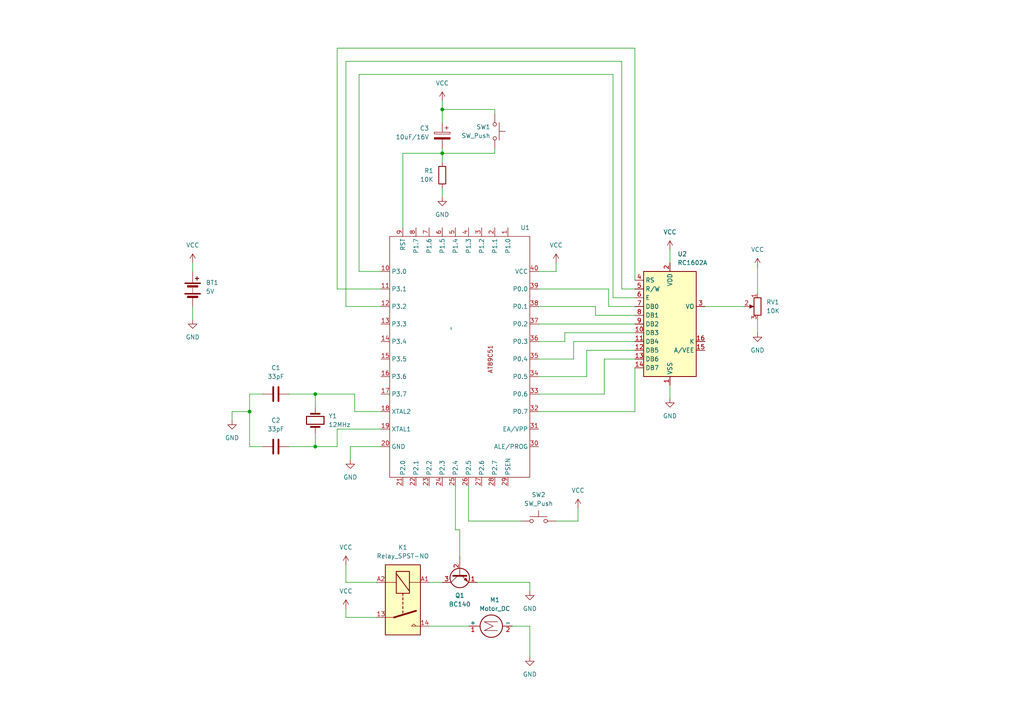
<source format=kicad_sch>
(kicad_sch (version 20230121) (generator eeschema)
  (paper "A4")
  (title_block (title "Controle Motor DC 5V") (rev "V01") (comment 1 "Autor: Christiano Araújo"))
  (lib_symbols
    (symbol "Controle_Motor_DC:AT89C51_PDIP"
      (property "Reference" "U" (at 30.48 24.13 0))
      (symbol "AT89C51_PDIP_0_1"
        (rectangle (start -35.56 21.59) (end 34.29 -19.05))
      )
      (symbol "AT89C51_PDIP_1_1"
        (text "AT89C51" (at 0 10.16 0) (effects (font (size 1.27 1.27))))
        (pin bidirectional line (at -38.1 15.24 0) (length 2.54) (name "P1.0") (number "1"))
        (pin bidirectional line (at -25.4 -21.59 90) (length 2.54) (name "P3.0") (number "10"))
        (pin bidirectional line (at -20.32 -21.59 90) (length 2.54) (name "P3.1") (number "11"))
        (pin bidirectional line (at -15.24 -21.59 90) (length 2.54) (name "P3.2") (number "12"))
        (pin bidirectional line (at -10.16 -21.59 90) (length 2.54) (name "P3.3") (number "13"))
        (pin bidirectional line (at -5.08 -21.59 90) (length 2.54) (name "P3.4") (number "14"))
        (pin bidirectional line (at 0 -21.59 90) (length 2.54) (name "P3.5") (number "15"))
        (pin bidirectional line (at 5.08 -21.59 90) (length 2.54) (name "P3.6") (number "16"))
        (pin bidirectional line (at 10.16 -21.59 90) (length 2.54) (name "P3.7") (number "17"))
        (pin passive line (at 15.24 -21.59 90) (length 2.54) (name "XTAL2") (number "18"))
        (pin passive line (at 20.32 -21.59 90) (length 2.54) (name "XTAL1") (number "19"))
        (pin bidirectional line (at -38.1 11.43 0) (length 2.54) (name "P1.1") (number "2"))
        (pin passive line (at 25.4 -21.59 90) (length 2.54) (name "GND") (number "20"))
        (pin bidirectional line (at 36.83 -15.24 180) (length 2.54) (name "P2.0") (number "21"))
        (pin bidirectional line (at 36.83 -11.43 180) (length 2.54) (name "P2.1") (number "22"))
        (pin bidirectional line (at 36.83 -7.62 180) (length 2.54) (name "P2.2") (number "23"))
        (pin bidirectional line (at 36.83 -3.81 180) (length 2.54) (name "P2.3") (number "24"))
        (pin bidirectional line (at 36.83 0 180) (length 2.54) (name "P2.4") (number "25"))
        (pin bidirectional line (at 36.83 3.81 180) (length 2.54) (name "P2.5") (number "26"))
        (pin bidirectional line (at 36.83 7.62 180) (length 2.54) (name "P2.6") (number "27"))
        (pin bidirectional line (at 36.83 11.43 180) (length 2.54) (name "P2.7") (number "28"))
        (pin output line (at 36.83 15.24 180) (length 2.54) (name "PSEN") (number "29"))
        (pin bidirectional line (at -38.1 7.62 0) (length 2.54) (name "P1.2") (number "3"))
        (pin output line (at 25.4 24.13 270) (length 2.54) (name "ALE/PROG") (number "30"))
        (pin input line (at 20.32 24.13 270) (length 2.54) (name "EA/VPP") (number "31"))
        (pin bidirectional line (at 15.24 24.13 270) (length 2.54) (name "P0.7") (number "32"))
        (pin bidirectional line (at 10.16 24.13 270) (length 2.54) (name "P0.6") (number "33"))
        (pin bidirectional line (at 5.08 24.13 270) (length 2.54) (name "P0.5") (number "34"))
        (pin bidirectional line (at 0 24.13 270) (length 2.54) (name "P0.4") (number "35"))
        (pin bidirectional line (at -5.08 24.13 270) (length 2.54) (name "P0.3") (number "36"))
        (pin bidirectional line (at -10.16 24.13 270) (length 2.54) (name "P0.2") (number "37"))
        (pin bidirectional line (at -15.24 24.13 270) (length 2.54) (name "P0.1") (number "38"))
        (pin bidirectional line (at -20.32 24.13 270) (length 2.54) (name "P0.0") (number "39"))
        (pin bidirectional line (at -38.1 3.81 0) (length 2.54) (name "P1.3") (number "4"))
        (pin bidirectional line (at -25.4 24.13 270) (length 2.54) (name "VCC") (number "40"))
        (pin bidirectional line (at -38.1 0 0) (length 2.54) (name "P1.4") (number "5"))
        (pin bidirectional line (at -38.1 -3.81 0) (length 2.54) (name "P1.5") (number "6"))
        (pin bidirectional line (at -38.1 -7.62 0) (length 2.54) (name "P1.6") (number "7"))
        (pin bidirectional line (at -38.1 -11.43 0) (length 2.54) (name "P1.7") (number "8"))
        (pin input line (at -38.1 -15.24 0) (length 2.54) (name "RST") (number "9"))
      )
    )
    (symbol "Device:Battery" (pin_numbers hide) (pin_names (offset 0) hide)
      (property "Reference" "BT" (at 2.54 2.54 0))
      (property "Value" "Battery" (at 2.54 0 0))
      (symbol "Battery_0_1"
        (rectangle (start -2.286 -1.27) (end 2.286 -1.524) (fill (type outline)))
        (rectangle (start -2.286 1.778) (end 2.286 1.524) (fill (type outline)))
        (rectangle (start -1.524 -2.032) (end 1.524 -2.54) (fill (type outline)))
        (rectangle (start -1.524 1.016) (end 1.524 0.508) (fill (type outline)))
        (polyline (pts (xy 0 -1.016) (xy 0 -0.762)))
        (polyline (pts (xy 0 -0.508) (xy 0 -0.254)))
        (polyline (pts (xy 0 0) (xy 0 0.254)))
        (polyline (pts (xy 0 1.778) (xy 0 2.54)))
        (polyline (pts (xy 0.762 3.048) (xy 1.778 3.048)) (stroke (width 0.254)))
        (polyline (pts (xy 1.27 3.556) (xy 1.27 2.54)) (stroke (width 0.254)))
      )
      (symbol "Battery_1_1"
        (pin passive line (at 0 5.08 270) (length 2.54) (name "+") (number "1"))
        (pin passive line (at 0 -5.08 90) (length 2.54) (name "-") (number "2"))
      )
    )
    (symbol "Device:C" (pin_numbers hide) (pin_names (offset 0.254))
      (property "Reference" "C" (at 0.635 2.54 0))
      (property "Value" "C" (at 0.635 -2.54 0))
      (symbol "C_0_1"
        (polyline (pts (xy -2.032 -0.762) (xy 2.032 -0.762)) (stroke (width 0.508)))
        (polyline (pts (xy -2.032 0.762) (xy 2.032 0.762)) (stroke (width 0.508)))
      )
      (symbol "C_1_1"
        (pin passive line (at 0 3.81 270) (length 2.794) (name "~") (number "1"))
        (pin passive line (at 0 -3.81 90) (length 2.794) (name "~") (number "2"))
      )
    )
    (symbol "Device:C_Polarized" (pin_numbers hide) (pin_names (offset 0.254))
      (property "Reference" "C" (at 0.635 2.54 0))
      (property "Value" "C_Polarized" (at 0.635 -2.54 0))
      (symbol "C_Polarized_0_1"
        (rectangle (start -2.286 0.508) (end 2.286 1.016))
        (polyline (pts (xy -1.778 2.286) (xy -0.762 2.286)))
        (polyline (pts (xy -1.27 2.794) (xy -1.27 1.778)))
        (rectangle (start 2.286 -0.508) (end -2.286 -1.016) (fill (type outline)))
      )
      (symbol "C_Polarized_1_1"
        (pin passive line (at 0 3.81 270) (length 2.794) (name "~") (number "1"))
        (pin passive line (at 0 -3.81 90) (length 2.794) (name "~") (number "2"))
      )
    )
    (symbol "Device:Crystal" (pin_numbers hide) (pin_names (offset 1.016) hide)
      (property "Reference" "Y" (at 0 3.81 0))
      (property "Value" "Crystal" (at 0 -3.81 0))
      (symbol "Crystal_0_1"
        (rectangle (start -1.143 2.54) (end 1.143 -2.54) (stroke (width 0.3048)))
        (polyline (pts (xy -2.54 0) (xy -1.905 0)))
        (polyline (pts (xy -1.905 -1.27) (xy -1.905 1.27)) (stroke (width 0.508)))
        (polyline (pts (xy 1.905 -1.27) (xy 1.905 1.27)) (stroke (width 0.508)))
        (polyline (pts (xy 2.54 0) (xy 1.905 0)))
      )
      (symbol "Crystal_1_1"
        (pin passive line (at -3.81 0 0) (length 1.27) (name "1") (number "1"))
        (pin passive line (at 3.81 0 180) (length 1.27) (name "2") (number "2"))
      )
    )
    (symbol "Device:R" (pin_numbers hide) (pin_names (offset 0))
      (property "Reference" "R" (at 2.032 0 90))
      (property "Value" "R" (at 0 0 90))
      (symbol "R_0_1"
        (rectangle (start -1.016 -2.54) (end 1.016 2.54) (stroke (width 0.254)))
      )
      (symbol "R_1_1"
        (pin passive line (at 0 3.81 270) (length 1.27) (name "~") (number "1"))
        (pin passive line (at 0 -3.81 90) (length 1.27) (name "~") (number "2"))
      )
    )
    (symbol "Device:R_Potentiometer" (pin_names (offset 1.016) hide)
      (property "Reference" "RV" (at -4.445 0 90))
      (property "Value" "R_Potentiometer" (at -2.54 0 90))
      (symbol "R_Potentiometer_0_1"
        (polyline (pts (xy 2.54 0) (xy 1.524 0)))
        (polyline (pts (xy 1.143 0) (xy 2.286 0.508) (xy 2.286 -0.508) (xy 1.143 0)) (fill (type outline)))
        (rectangle (start 1.016 2.54) (end -1.016 -2.54) (stroke (width 0.254)))
      )
      (symbol "R_Potentiometer_1_1"
        (pin passive line (at 0 3.81 270) (length 1.27) (name "1") (number "1"))
        (pin passive line (at 3.81 0 180) (length 1.27) (name "2") (number "2"))
        (pin passive line (at 0 -3.81 90) (length 1.27) (name "3") (number "3"))
      )
    )
    (symbol "Display_Character:RC1602A"
      (property "Reference" "U" (at -6.35 16.51 0))
      (property "Value" "RC1602A" (at 2.794 16.51 0))
      (symbol "RC1602A_0_1"
        (rectangle (start -7.62 15.24) (end 7.62 -15.24) (stroke (width 0.254)) (fill (type background)))
      )
      (symbol "RC1602A_1_1"
        (pin power_in line (at 0 -17.78 90) (length 2.54) (name "VSS") (number "1"))
        (pin bidirectional line (at -10.16 -2.54 0) (length 2.54) (name "DB3") (number "10"))
        (pin bidirectional line (at -10.16 -5.08 0) (length 2.54) (name "DB4") (number "11"))
        (pin bidirectional line (at -10.16 -7.62 0) (length 2.54) (name "DB5") (number "12"))
        (pin bidirectional line (at -10.16 -10.16 0) (length 2.54) (name "DB6") (number "13"))
        (pin bidirectional line (at -10.16 -12.7 0) (length 2.54) (name "DB7") (number "14"))
        (pin power_in line (at 10.16 -7.62 180) (length 2.54) (name "A/VEE") (number "15"))
        (pin power_in line (at 10.16 -5.08 180) (length 2.54) (name "K") (number "16"))
        (pin power_in line (at 0 17.78 270) (length 2.54) (name "VDD") (number "2"))
        (pin power_in line (at 10.16 5.08 180) (length 2.54) (name "VO") (number "3"))
        (pin input line (at -10.16 12.7 0) (length 2.54) (name "RS") (number "4"))
        (pin input line (at -10.16 10.16 0) (length 2.54) (name "R/W") (number "5"))
        (pin input line (at -10.16 7.62 0) (length 2.54) (name "E") (number "6"))
        (pin bidirectional line (at -10.16 5.08 0) (length 2.54) (name "DB0") (number "7"))
        (pin bidirectional line (at -10.16 2.54 0) (length 2.54) (name "DB1") (number "8"))
        (pin bidirectional line (at -10.16 0 0) (length 2.54) (name "DB2") (number "9"))
      )
    )
    (symbol "Motor:Motor_DC" (pin_names (offset 0))
      (property "Reference" "M" (at 2.54 2.54 0))
      (property "Value" "Motor_DC" (at 2.54 -5.08 0))
      (symbol "Motor_DC_0_0"
        (polyline (pts (xy -1.27 -3.302) (xy -1.27 0.508) (xy 0 -2.032) (xy 1.27 0.508) (xy 1.27 -3.302)))
      )
      (symbol "Motor_DC_0_1"
        (circle (center 0 -1.524) (radius 3.2512) (stroke (width 0.254)))
        (polyline (pts (xy 0 -7.62) (xy 0 -7.112)))
        (polyline (pts (xy 0 -4.7752) (xy 0 -5.1816)))
        (polyline (pts (xy 0 1.7272) (xy 0 2.0828)))
        (polyline (pts (xy 0 2.032) (xy 0 2.54)))
      )
      (symbol "Motor_DC_1_1"
        (pin passive line (at 0 5.08 270) (length 2.54) (name "+") (number "1"))
        (pin passive line (at 0 -7.62 90) (length 2.54) (name "-") (number "2"))
      )
    )
    (symbol "Relay:Relay_SPST-NO"
      (property "Reference" "K" (at 11.43 3.81 0))
      (property "Value" "Relay_SPST-NO" (at 11.43 1.27 0))
      (symbol "Relay_SPST-NO_0_0"
        (polyline (pts (xy 7.62 5.08) (xy 7.62 2.54) (xy 6.985 3.175) (xy 7.62 3.81)))
      )
      (symbol "Relay_SPST-NO_0_1"
        (rectangle (start -10.16 5.08) (end 10.16 -5.08) (stroke (width 0.254)) (fill (type background)))
        (rectangle (start -8.255 1.905) (end -1.905 -1.905) (stroke (width 0.254)))
        (polyline (pts (xy -7.62 -1.905) (xy -2.54 1.905)) (stroke (width 0.254)))
        (polyline (pts (xy -5.08 -5.08) (xy -5.08 -1.905)))
        (polyline (pts (xy -5.08 5.08) (xy -5.08 1.905)))
        (polyline (pts (xy -1.905 0) (xy -1.27 0)) (stroke (width 0.254)))
        (polyline (pts (xy -0.635 0) (xy 0 0)) (stroke (width 0.254)))
        (polyline (pts (xy 0.635 0) (xy 1.27 0)) (stroke (width 0.254)))
        (polyline (pts (xy 1.905 0) (xy 2.54 0)) (stroke (width 0.254)))
        (polyline (pts (xy 3.175 0) (xy 3.81 0)) (stroke (width 0.254)))
        (polyline (pts (xy 5.08 -2.54) (xy 3.175 3.81)) (stroke (width 0.508)))
        (polyline (pts (xy 5.08 -2.54) (xy 5.08 -5.08)))
      )
      (symbol "Relay_SPST-NO_1_1"
        (pin passive line (at 5.08 -7.62 90) (length 2.54) (name "~") (number "13"))
        (pin passive line (at 7.62 7.62 270) (length 2.54) (name "~") (number "14"))
        (pin passive line (at -5.08 7.62 270) (length 2.54) (name "~") (number "A1"))
        (pin passive line (at -5.08 -7.62 90) (length 2.54) (name "~") (number "A2"))
      )
    )
    (symbol "Switch:SW_Push" (pin_numbers hide) (pin_names (offset 1.016) hide)
      (property "Reference" "SW" (at 1.27 2.54 0))
      (property "Value" "SW_Push" (at 0 -1.524 0))
      (symbol "SW_Push_0_1"
        (circle (center -2.032 0) (radius 0.508))
        (polyline (pts (xy 0 1.27) (xy 0 3.048)))
        (polyline (pts (xy 2.54 1.27) (xy -2.54 1.27)))
        (circle (center 2.032 0) (radius 0.508))
        (pin passive line (at -5.08 0 0) (length 2.54) (name "1") (number "1"))
        (pin passive line (at 5.08 0 180) (length 2.54) (name "2") (number "2"))
      )
    )
    (symbol "Transistor_BJT:BC140" (pin_names (offset 0) hide)
      (property "Reference" "Q" (at 5.08 1.905 0))
      (property "Value" "BC140" (at 5.08 0 0))
      (symbol "BC140_0_1"
        (polyline (pts (xy 0.635 0.635) (xy 2.54 2.54)))
        (polyline (pts (xy 0.635 -0.635) (xy 2.54 -2.54) (xy 2.54 -2.54)))
        (polyline (pts (xy 0.635 1.905) (xy 0.635 -1.905) (xy 0.635 -1.905)) (stroke (width 0.508)))
        (polyline (pts (xy 1.27 -1.778) (xy 1.778 -1.27) (xy 2.286 -2.286) (xy 1.27 -1.778) (xy 1.27 -1.778)) (fill (type outline)))
        (circle (center 1.27 0) (radius 2.8194) (stroke (width 0.254)))
      )
      (symbol "BC140_1_1"
        (pin passive line (at 2.54 -5.08 90) (length 2.54) (name "E") (number "1"))
        (pin passive line (at -5.08 0 0) (length 5.715) (name "B") (number "2"))
        (pin passive line (at 2.54 5.08 270) (length 2.54) (name "C") (number "3"))
      )
    )
    (symbol "power:GND" (power) (pin_names (offset 0))
      (property "Value" "GND" (at 0 -3.81 0))
      (symbol "GND_0_1"
        (polyline (pts (xy 0 0) (xy 0 -1.27) (xy 1.27 -1.27) (xy 0 -2.54) (xy -1.27 -1.27) (xy 0 -1.27)))
      )
      (symbol "GND_1_1"
        (pin power_in line (at 0 0 270) (length 0) hide (name "GND") (number "1"))
      )
    )
    (symbol "power:VCC" (power) (pin_names (offset 0))
      (property "Value" "VCC" (at 0 3.81 0))
      (symbol "VCC_0_1"
        (polyline (pts (xy -0.762 1.27) (xy 0 2.54)))
        (polyline (pts (xy 0 0) (xy 0 2.54)))
        (polyline (pts (xy 0 2.54) (xy 0.762 1.27)))
      )
      (symbol "VCC_1_1"
        (pin power_in line (at 0 0 90) (length 0) hide (name "VCC") (number "1"))
      )
    )
  )
  (junction (at 91.44 129.54))
  (junction (at 72.39 119.38))
  (junction (at 128.27 44.45))
  (junction (at 128.27 31.75))
  (junction (at 91.44 114.3))
  (wire (pts (xy 184.15 119.38) (xy 184.15 106.68)))
  (wire (pts (xy 153.67 181.61) (xy 153.67 190.5)))
  (wire (pts (xy 166.37 99.06) (xy 184.15 99.06)))
  (wire (pts (xy 128.27 31.75) (xy 143.51 31.75)))
  (wire (pts (xy 156.21 104.14) (xy 166.37 104.14)))
  (wire (pts (xy 180.34 83.82) (xy 180.34 17.78)))
  (wire (pts (xy 91.44 114.3) (xy 83.82 114.3)))
  (wire (pts (xy 102.87 114.3) (xy 91.44 114.3)))
  (wire (pts (xy 109.22 168.91) (xy 100.33 168.91)))
  (wire (pts (xy 177.8 21.59) (xy 104.14 21.59)))
  (wire (pts (xy 72.39 119.38) (xy 72.39 114.3)))
  (wire (pts (xy 97.79 13.97) (xy 97.79 83.82)))
  (wire (pts (xy 204.47 88.9) (xy 215.9 88.9)))
  (wire (pts (xy 97.79 124.46) (xy 97.79 129.54)))
  (wire (pts (xy 100.33 179.07) (xy 109.22 179.07)))
  (wire (pts (xy 110.49 124.46) (xy 97.79 124.46)))
  (wire (pts (xy 124.46 181.61) (xy 135.89 181.61)))
  (wire (pts (xy 76.2 129.54) (xy 72.39 129.54)))
  (wire (pts (xy 166.37 104.14) (xy 166.37 99.06)))
  (wire (pts (xy 67.31 121.92) (xy 67.31 119.38)))
  (wire (pts (xy 138.43 168.91) (xy 153.67 168.91)))
  (wire (pts (xy 161.29 151.13) (xy 167.64 151.13)))
  (wire (pts (xy 91.44 114.3) (xy 91.44 118.11)))
  (wire (pts (xy 132.08 140.97) (xy 132.08 153.67)))
  (wire (pts (xy 161.29 78.74) (xy 161.29 76.2)))
  (wire (pts (xy 156.21 114.3) (xy 175.26 114.3)))
  (wire (pts (xy 163.83 99.06) (xy 163.83 96.52)))
  (wire (pts (xy 97.79 129.54) (xy 91.44 129.54)))
  (wire (pts (xy 128.27 44.45) (xy 128.27 46.99)))
  (wire (pts (xy 153.67 168.91) (xy 153.67 171.45)))
  (wire (pts (xy 132.08 153.67) (xy 133.35 153.67)))
  (wire (pts (xy 180.34 17.78) (xy 100.33 17.78)))
  (wire (pts (xy 101.6 129.54) (xy 110.49 129.54)))
  (wire (pts (xy 184.15 81.28) (xy 184.15 13.97)))
  (wire (pts (xy 116.84 66.04) (xy 116.84 44.45)))
  (wire (pts (xy 194.31 111.76) (xy 194.31 115.57)))
  (wire (pts (xy 101.6 133.35) (xy 101.6 129.54)))
  (wire (pts (xy 124.46 168.91) (xy 128.27 168.91)))
  (wire (pts (xy 67.31 119.38) (xy 72.39 119.38)))
  (wire (pts (xy 102.87 119.38) (xy 102.87 114.3)))
  (wire (pts (xy 194.31 72.39) (xy 194.31 76.2)))
  (wire (pts (xy 55.88 76.2) (xy 55.88 78.74)))
  (wire (pts (xy 176.53 83.82) (xy 176.53 88.9)))
  (wire (pts (xy 100.33 163.83) (xy 100.33 168.91)))
  (wire (pts (xy 156.21 88.9) (xy 172.72 88.9)))
  (wire (pts (xy 55.88 88.9) (xy 55.88 92.71)))
  (wire (pts (xy 143.51 31.75) (xy 143.51 33.02)))
  (wire (pts (xy 128.27 54.61) (xy 128.27 57.15)))
  (wire (pts (xy 177.8 86.36) (xy 177.8 21.59)))
  (wire (pts (xy 116.84 44.45) (xy 128.27 44.45)))
  (wire (pts (xy 97.79 83.82) (xy 110.49 83.82)))
  (wire (pts (xy 156.21 109.22) (xy 170.18 109.22)))
  (wire (pts (xy 72.39 114.3) (xy 76.2 114.3)))
  (wire (pts (xy 110.49 119.38) (xy 102.87 119.38)))
  (wire (pts (xy 72.39 129.54) (xy 72.39 119.38)))
  (wire (pts (xy 151.13 151.13) (xy 135.89 151.13)))
  (wire (pts (xy 170.18 101.6) (xy 184.15 101.6)))
  (wire (pts (xy 156.21 83.82) (xy 176.53 83.82)))
  (wire (pts (xy 184.15 86.36) (xy 177.8 86.36)))
  (wire (pts (xy 172.72 91.44) (xy 184.15 91.44)))
  (wire (pts (xy 172.72 88.9) (xy 172.72 91.44)))
  (wire (pts (xy 167.64 147.32) (xy 167.64 151.13)))
  (wire (pts (xy 143.51 43.18) (xy 143.51 44.45)))
  (wire (pts (xy 219.71 77.47) (xy 219.71 85.09)))
  (wire (pts (xy 175.26 104.14) (xy 184.15 104.14)))
  (wire (pts (xy 156.21 99.06) (xy 163.83 99.06)))
  (wire (pts (xy 100.33 88.9) (xy 110.49 88.9)))
  (wire (pts (xy 176.53 88.9) (xy 184.15 88.9)))
  (wire (pts (xy 104.14 21.59) (xy 104.14 78.74)))
  (wire (pts (xy 128.27 44.45) (xy 128.27 43.18)))
  (wire (pts (xy 91.44 125.73) (xy 91.44 129.54)))
  (wire (pts (xy 148.59 181.61) (xy 153.67 181.61)))
  (wire (pts (xy 128.27 29.21) (xy 128.27 31.75)))
  (wire (pts (xy 143.51 44.45) (xy 128.27 44.45)))
  (wire (pts (xy 104.14 78.74) (xy 110.49 78.74)))
  (wire (pts (xy 219.71 92.71) (xy 219.71 96.52)))
  (wire (pts (xy 83.82 129.54) (xy 91.44 129.54)))
  (wire (pts (xy 163.83 96.52) (xy 184.15 96.52)))
  (wire (pts (xy 184.15 13.97) (xy 97.79 13.97)))
  (wire (pts (xy 133.35 153.67) (xy 133.35 161.29)))
  (wire (pts (xy 135.89 140.97) (xy 135.89 151.13)))
  (wire (pts (xy 156.21 78.74) (xy 161.29 78.74)))
  (wire (pts (xy 156.21 119.38) (xy 184.15 119.38)))
  (wire (pts (xy 170.18 109.22) (xy 170.18 101.6)))
  (wire (pts (xy 156.21 93.98) (xy 184.15 93.98)))
  (wire (pts (xy 175.26 114.3) (xy 175.26 104.14)))
  (wire (pts (xy 128.27 35.56) (xy 128.27 31.75)))
  (wire (pts (xy 100.33 17.78) (xy 100.33 88.9)))
  (wire (pts (xy 184.15 83.82) (xy 180.34 83.82)))
  (wire (pts (xy 100.33 176.53) (xy 100.33 179.07)))
  (symbol (lib_id "Display_Character:RC1602A") (at 194.31 93.98 0) (unit 1)
    (property "Reference" "U2" (at 196.5041 73.66 0) (effects (justify left)))
    (property "Value" "RC1602A" (at 196.5041 76.2 0) (effects (justify left)))
    (property "Footprint" "Display:RC1602A" (effects hide))
    (property "Datasheet" "http://www.raystar-optronics.com/down.php?ProID=18" (effects hide))
  )
  (symbol (lib_id "power:GND") (at 219.71 96.52 0) (unit 1)
    (property "Reference" "#PWR08" (effects hide))
    (property "Value" "GND" (at 219.71 101.6 0))
  )
  (symbol (lib_id "power:GND") (at 194.31 115.57 0) (unit 1)
    (property "Reference" "#PWR05" (effects hide))
    (property "Value" "GND" (at 194.31 120.65 0))
  )
  (symbol (lib_id "power:VCC") (at 219.71 77.47 0) (unit 1)
    (property "Reference" "#PWR07" (effects hide))
    (property "Value" "VCC" (at 219.71 72.39 0))
  )
  (symbol (lib_id "Device:Battery") (at 55.88 83.82 0) (unit 1)
    (property "Reference" "BT1" (at 59.69 81.9785 0) (effects (justify left)))
    (property "Value" "5V" (at 59.69 84.5185 0) (effects (justify left)))
    (property "Footprint" "Connector_BarrelJack:BarrelJack_CUI_PJ-063AH_Horizontal" (effects hide))
  )
  (symbol (lib_id "Switch:SW_Push") (at 156.21 151.13 0) (mirror y) (unit 1)
    (property "Reference" "SW2" (at 156.21 143.51 0))
    (property "Value" "SW_Push" (at 156.21 146.05 0))
    (property "Footprint" "Button_Switch_THT:SW_PUSH-12mm_Wuerth-430476085716" (effects hide))
  )
  (symbol (lib_id "power:VCC") (at 100.33 163.83 0) (unit 1)
    (property "Reference" "#PWR04" (effects hide))
    (property "Value" "VCC" (at 100.33 158.75 0))
  )
  (symbol (lib_id "power:VCC") (at 128.27 29.21 0) (mirror y) (unit 1)
    (property "Reference" "#PWR012" (effects hide))
    (property "Value" "VCC" (at 128.27 24.13 0))
  )
  (symbol (lib_id "power:GND") (at 153.67 171.45 0) (unit 1)
    (property "Reference" "#PWR03" (effects hide))
    (property "Value" "GND" (at 153.67 176.53 0))
  )
  (symbol (lib_id "Controle_Motor_DC:AT89C51_PDIP") (at 132.08 104.14 270) (unit 1)
    (property "Reference" "U1" (at 150.9461 66.04 90) (effects (justify left)))
    (property "Value" "~" (at 130.81 95.25 0))
    (property "Footprint" "Controle_Motor_DC:AT89C51-PDIP" (effects hide))
  )
  (symbol (lib_id "power:GND") (at 128.27 57.15 0) (mirror y) (unit 1)
    (property "Reference" "#PWR013" (effects hide))
    (property "Value" "GND" (at 128.27 62.23 0))
  )
  (symbol (lib_id "power:GND") (at 67.31 121.92 0) (unit 1)
    (property "Reference" "#PWR011" (effects hide))
    (property "Value" "GND" (at 67.31 127 0))
  )
  (symbol (lib_id "Device:R_Potentiometer") (at 219.71 88.9 0) (mirror y) (unit 1)
    (property "Reference" "RV1" (at 222.25 87.63 0) (effects (justify right)))
    (property "Value" "10K" (at 222.25 90.17 0) (effects (justify right)))
    (property "Footprint" "Potentiometer_THT:Potentiometer_ACP_CA6-H2,5_Horizontal" (effects hide))
  )
  (symbol (lib_id "power:VCC") (at 161.29 76.2 0) (unit 1)
    (property "Reference" "#PWR09" (effects hide))
    (property "Value" "VCC" (at 161.29 71.12 0))
  )
  (symbol (lib_id "power:VCC") (at 167.64 147.32 0) (unit 1)
    (property "Reference" "#PWR014" (effects hide))
    (property "Value" "VCC" (at 167.64 142.24 0))
  )
  (symbol (lib_id "power:GND") (at 101.6 133.35 0) (unit 1)
    (property "Reference" "#PWR010" (effects hide))
    (property "Value" "GND" (at 101.6 138.43 0))
  )
  (symbol (lib_id "Transistor_BJT:BC140") (at 133.35 166.37 90) (mirror x) (unit 1)
    (property "Reference" "Q1" (at 133.35 172.72 90))
    (property "Value" "BC140" (at 133.35 175.26 90))
    (property "Footprint" "Package_TO_SOT_THT:TO-39-3" (effects hide))
    (property "Datasheet" "http://www.farnell.com/datasheets/296634.pdf" (effects hide))
  )
  (symbol (lib_id "Device:Crystal") (at 91.44 121.92 90) (unit 1)
    (property "Reference" "Y1" (at 95.25 120.65 90) (effects (justify right)))
    (property "Value" "12MHz" (at 95.25 123.19 90) (effects (justify right)))
    (property "Footprint" "Crystal:Resonator-2Pin_W10.0mm_H5.0mm" (effects hide))
  )
  (symbol (lib_id "power:VCC") (at 100.33 176.53 0) (unit 1)
    (property "Reference" "#PWR02" (effects hide))
    (property "Value" "VCC" (at 100.33 171.45 0))
  )
  (symbol (lib_id "Device:C") (at 80.01 114.3 270) (unit 1)
    (property "Reference" "C1" (at 80.01 106.68 90))
    (property "Value" "33pF" (at 80.01 109.22 90))
    (property "Footprint" "Capacitor_THT:C_Rect_L4.0mm_W2.5mm_P2.50mm" (effects hide))
  )
  (symbol (lib_id "Switch:SW_Push") (at 143.51 38.1 270) (mirror x) (unit 1)
    (property "Reference" "SW1" (at 142.24 36.83 90) (effects (justify right)))
    (property "Value" "SW_Push" (at 142.24 39.37 90) (effects (justify right)))
    (property "Footprint" "Button_Switch_THT:SW_PUSH-12mm_Wuerth-430476085716" (effects hide))
  )
  (symbol (lib_id "power:GND") (at 55.88 92.71 0) (mirror y) (unit 1)
    (property "Reference" "#PWR015" (effects hide))
    (property "Value" "GND" (at 55.88 97.79 0))
  )
  (symbol (lib_id "power:GND") (at 153.67 190.5 0) (unit 1)
    (property "Reference" "#PWR01" (effects hide))
    (property "Value" "GND" (at 153.67 195.58 0))
  )
  (symbol (lib_id "Device:R") (at 128.27 50.8 0) (mirror y) (unit 1)
    (property "Reference" "R1" (at 125.73 49.53 0) (effects (justify left)))
    (property "Value" "10K" (at 125.73 52.07 0) (effects (justify left)))
    (property "Footprint" "Resistor_THT:R_Axial_DIN0207_L6.3mm_D2.5mm_P7.62mm_Horizontal" (effects hide))
  )
  (symbol (lib_id "power:VCC") (at 194.31 72.39 0) (unit 1)
    (property "Reference" "#PWR06" (effects hide))
    (property "Value" "VCC" (at 194.31 67.31 0))
  )
  (symbol (lib_id "Relay:Relay_SPST-NO") (at 116.84 173.99 270) (unit 1)
    (property "Reference" "K1" (at 116.84 158.75 90))
    (property "Value" "Relay_SPST-NO" (at 116.84 161.29 90))
    (property "Footprint" "Controle_Motor_DC:Relay_COMUS_3570_1331" (effects hide))
  )
  (symbol (lib_id "Motor:Motor_DC") (at 140.97 181.61 90) (unit 1)
    (property "Reference" "M1" (at 143.51 173.99 90))
    (property "Value" "Motor_DC" (at 143.51 176.53 90))
    (property "Footprint" "Connector_Phoenix_GMSTB:PhoenixContact_GMSTBV_2,5_2-GF-7,62_1x02_P7.62mm_Vertical_ThreadedFlange_MountHole" (effects hide))
  )
  (symbol (lib_id "Device:C") (at 80.01 129.54 270) (unit 1)
    (property "Reference" "C2" (at 80.01 121.92 90))
    (property "Value" "33pF" (at 80.01 124.46 90))
    (property "Footprint" "Capacitor_THT:C_Rect_L4.0mm_W2.5mm_P2.50mm" (effects hide))
  )
  (symbol (lib_id "Device:C_Polarized") (at 128.27 39.37 0) (mirror y) (unit 1)
    (property "Reference" "C3" (at 124.46 37.211 0) (effects (justify left)))
    (property "Value" "10uF/16V" (at 124.46 39.751 0) (effects (justify left)))
    (property "Footprint" "Capacitor_THT:CP_Radial_D5.0mm_P2.50mm" (effects hide))
  )
  (symbol (lib_id "power:VCC") (at 55.88 76.2 0) (unit 1)
    (property "Reference" "#PWR016" (effects hide))
    (property "Value" "VCC" (at 55.88 71.12 0))
  )
)
</source>
